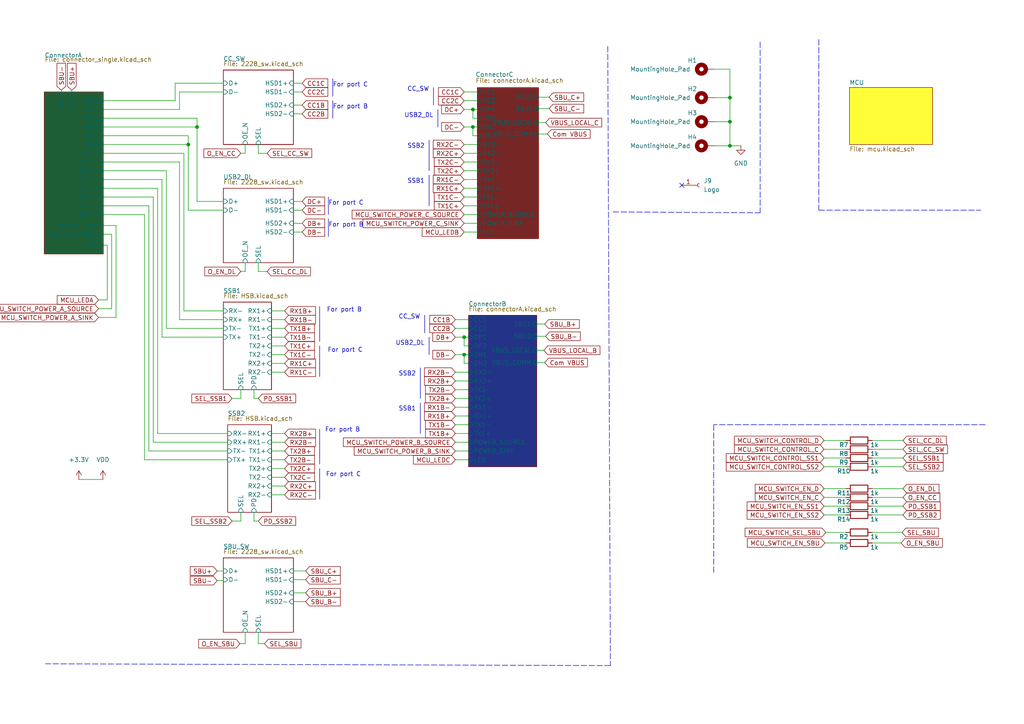
<source format=kicad_sch>
(kicad_sch (version 20211123) (generator eeschema)
  (paper "A4")
  (lib_symbols
    (symbol "Connector:Conn_01x01_Female" (pin_names (offset 1.016) hide)
      (property "Reference" "J" (at 0 2.54 0))
      (property "Value" "Conn_01x01_Female" (at 0 -2.54 0))
      (symbol "Conn_01x01_Female_1_1"
        (polyline (pts (xy -1.27 0) (xy -0.508 0)) (stroke (width 0.1524)))
        (arc (start 0 0.508) (mid -0.508 0) (end 0 -0.508) (stroke (width 0.1524)))
        (pin passive line (at -5.08 0 0) (length 3.81) (name "Pin_1") (number "1"))
      )
    )
    (symbol "Device:R" (pin_numbers hide) (pin_names (offset 0))
      (property "Reference" "R" (at 2.032 0 90))
      (property "Value" "R" (at 0 0 90))
      (symbol "R_0_1"
        (rectangle (start -1.016 -2.54) (end 1.016 2.54) (stroke (width 0.254)))
      )
      (symbol "R_1_1"
        (pin passive line (at 0 3.81 270) (length 1.27) (name "~") (number "1"))
        (pin passive line (at 0 -3.81 90) (length 1.27) (name "~") (number "2"))
      )
    )
    (symbol "Mechanical:MountingHole_Pad" (pin_numbers hide) (pin_names (offset 1.016) hide)
      (property "Reference" "H" (at 0 6.35 0))
      (property "Value" "MountingHole_Pad" (at 0 4.445 0))
      (symbol "MountingHole_Pad_0_1"
        (circle (center 0 1.27) (radius 1.27) (stroke (width 1.27)))
      )
      (symbol "MountingHole_Pad_1_1"
        (pin input line (at 0 -2.54 90) (length 2.54) (name "1") (number "1"))
      )
    )
    (symbol "power:+3.3V" (power) (pin_names (offset 0))
      (property "Value" "+3.3V" (at 0 3.556 0))
      (symbol "+3.3V_0_1"
        (polyline (pts (xy -0.762 1.27) (xy 0 2.54)))
        (polyline (pts (xy 0 0) (xy 0 2.54)))
        (polyline (pts (xy 0 2.54) (xy 0.762 1.27)))
      )
      (symbol "+3.3V_1_1"
        (pin power_in line (at 0 0 90) (length 0) hide (name "+3.3V") (number "1"))
      )
    )
    (symbol "power:GND" (power) (pin_names (offset 0))
      (property "Value" "GND" (at 0 -3.81 0))
      (symbol "GND_0_1"
        (polyline (pts (xy 0 0) (xy 0 -1.27) (xy 1.27 -1.27) (xy 0 -2.54) (xy -1.27 -1.27) (xy 0 -1.27)))
      )
      (symbol "GND_1_1"
        (pin power_in line (at 0 0 270) (length 0) hide (name "GND") (number "1"))
      )
    )
    (symbol "power:VDD" (power) (pin_names (offset 0))
      (property "Value" "VDD" (at 0 3.81 0))
      (symbol "VDD_0_1"
        (polyline (pts (xy -0.762 1.27) (xy 0 2.54)))
        (polyline (pts (xy 0 0) (xy 0 2.54)))
        (polyline (pts (xy 0 2.54) (xy 0.762 1.27)))
      )
      (symbol "VDD_1_1"
        (pin power_in line (at 0 0 90) (length 0) hide (name "VDD") (number "1"))
      )
    )
  )
  (junction (at 211.709 28.321))
  (junction (at 137.16 36.83))
  (junction (at 54.61 41.91))
  (junction (at 211.709 35.306))
  (junction (at 137.16 31.75))
  (junction (at 134.62 102.87))
  (junction (at 57.15 36.83))
  (junction (at 134.62 97.79))
  (junction (at 211.709 42.291))
  (no_connect (at 197.739 53.721))
  (wire (pts (xy 134.62 62.23) (xy 138.43 62.23)))
  (wire (pts (xy 64.77 58.42) (xy 57.15 58.42)))
  (wire (pts (xy 54.61 60.96) (xy 54.61 41.91)))
  (polyline (pts (xy 177.8 61.468) (xy 220.472 61.722)))
  (wire (pts (xy 134.62 59.69) (xy 138.43 59.69)))
  (polyline (pts (xy 125.73 25.4) (xy 125.73 30.48)) (stroke (width 0) (type solid)))
  (wire (pts (xy 132.08 133.35) (xy 135.89 133.35)))
  (wire (pts (xy 155.702 97.536) (xy 158.242 97.536)))
  (wire (pts (xy 78.74 143.51) (xy 82.55 143.51)))
  (wire (pts (xy 239.014 135.382) (xy 245.364 135.382)))
  (wire (pts (xy 29.972 36.83) (xy 57.15 36.83)))
  (wire (pts (xy 73.66 115.57) (xy 73.66 113.03)))
  (wire (pts (xy 53.34 44.45) (xy 53.34 90.17)))
  (wire (pts (xy 31.115 71.12) (xy 31.115 86.995)))
  (wire (pts (xy 74.93 115.57) (xy 73.66 115.57)))
  (wire (pts (xy 134.62 64.77) (xy 138.43 64.77)))
  (wire (pts (xy 78.74 100.33) (xy 82.55 100.33)))
  (wire (pts (xy 132.08 113.03) (xy 135.89 113.03)))
  (wire (pts (xy 29.972 29.21) (xy 50.8 29.21)))
  (wire (pts (xy 78.74 95.25) (xy 82.55 95.25)))
  (wire (pts (xy 85.09 24.13) (xy 87.63 24.13)))
  (wire (pts (xy 134.62 100.33) (xy 134.62 97.79)))
  (wire (pts (xy 132.08 92.71) (xy 135.89 92.71)))
  (wire (pts (xy 132.08 110.49) (xy 135.89 110.49)))
  (polyline (pts (xy 95.25 63.5) (xy 95.25 68.58)) (stroke (width 0) (type solid)))
  (wire (pts (xy 132.08 128.27) (xy 135.89 128.27)))
  (wire (pts (xy 29.972 44.45) (xy 53.34 44.45)))
  (wire (pts (xy 29.972 41.91) (xy 54.61 41.91)))
  (wire (pts (xy 239.014 130.302) (xy 245.364 130.302)))
  (wire (pts (xy 132.08 115.57) (xy 135.89 115.57)))
  (wire (pts (xy 211.709 28.321) (xy 211.709 35.306)))
  (polyline (pts (xy 96.52 29.21) (xy 96.52 34.29)) (stroke (width 0) (type solid)))
  (wire (pts (xy 29.972 54.61) (xy 45.72 54.61)))
  (wire (pts (xy 156.21 35.56) (xy 158.242 35.56)))
  (polyline (pts (xy 237.49 60.96) (xy 284.48 60.96)))
  (wire (pts (xy 78.74 135.89) (xy 82.55 135.89)))
  (wire (pts (xy 62.992 168.402) (xy 64.77 168.402)))
  (wire (pts (xy 78.74 105.41) (xy 82.55 105.41)))
  (wire (pts (xy 137.16 36.83) (xy 138.43 36.83)))
  (wire (pts (xy 71.12 78.74) (xy 71.12 76.2)))
  (wire (pts (xy 132.08 123.19) (xy 135.89 123.19)))
  (wire (pts (xy 73.66 151.13) (xy 74.93 151.13)))
  (polyline (pts (xy 121.92 116.84) (xy 121.92 125.73)) (stroke (width 0) (type solid)))
  (wire (pts (xy 134.62 26.67) (xy 138.43 26.67)))
  (polyline (pts (xy 92.71 135.89) (xy 92.71 144.78)) (stroke (width 0) (type solid)))
  (wire (pts (xy 137.16 34.29) (xy 137.16 31.75)))
  (polyline (pts (xy 127 31.75) (xy 127 36.83)) (stroke (width 0) (type solid)))
  (wire (pts (xy 52.07 26.67) (xy 64.77 26.67)))
  (wire (pts (xy 134.62 54.61) (xy 138.43 54.61)))
  (wire (pts (xy 85.09 168.148) (xy 88.646 168.148)))
  (wire (pts (xy 50.8 24.13) (xy 64.77 24.13)))
  (wire (pts (xy 252.984 157.48) (xy 261.366 157.48)))
  (wire (pts (xy 74.93 44.45) (xy 77.47 44.45)))
  (wire (pts (xy 53.34 90.17) (xy 64.77 90.17)))
  (wire (pts (xy 252.984 132.842) (xy 261.874 132.842)))
  (polyline (pts (xy 121.92 106.68) (xy 121.92 115.57)) (stroke (width 0) (type solid)))
  (wire (pts (xy 69.85 148.59) (xy 69.85 151.13)))
  (wire (pts (xy 85.09 64.77) (xy 87.63 64.77)))
  (wire (pts (xy 52.07 46.99) (xy 52.07 92.71)))
  (wire (pts (xy 85.09 165.608) (xy 88.646 165.608)))
  (wire (pts (xy 134.62 97.79) (xy 135.89 97.79)))
  (polyline (pts (xy 95.25 57.15) (xy 95.25 62.23)) (stroke (width 0) (type solid)))
  (wire (pts (xy 29.972 34.29) (xy 57.15 34.29)))
  (wire (pts (xy 132.08 95.25) (xy 135.89 95.25)))
  (polyline (pts (xy 92.71 124.46) (xy 92.71 134.62)) (stroke (width 0) (type solid)))
  (wire (pts (xy 74.93 78.74) (xy 74.93 76.2)))
  (wire (pts (xy 85.09 33.02) (xy 87.63 33.02)))
  (wire (pts (xy 74.93 41.91) (xy 74.93 44.45)))
  (wire (pts (xy 85.09 58.42) (xy 87.63 58.42)))
  (wire (pts (xy 78.74 107.95) (xy 82.55 107.95)))
  (wire (pts (xy 85.09 30.48) (xy 87.63 30.48)))
  (wire (pts (xy 132.08 120.65) (xy 135.89 120.65)))
  (wire (pts (xy 29.972 67.945) (xy 32.385 67.945)))
  (wire (pts (xy 134.62 44.45) (xy 138.43 44.45)))
  (wire (pts (xy 48.26 49.53) (xy 48.26 95.25)))
  (wire (pts (xy 78.74 92.71) (xy 82.55 92.71)))
  (wire (pts (xy 29.972 71.12) (xy 31.115 71.12)))
  (wire (pts (xy 156.21 31.496) (xy 159.258 31.496)))
  (wire (pts (xy 28.575 89.535) (xy 32.385 89.535)))
  (wire (pts (xy 252.984 146.812) (xy 261.874 146.812)))
  (wire (pts (xy 69.85 115.57) (xy 67.31 115.57)))
  (wire (pts (xy 78.74 125.73) (xy 82.55 125.73)))
  (wire (pts (xy 78.74 133.35) (xy 82.55 133.35)))
  (wire (pts (xy 85.09 174.498) (xy 88.646 174.498)))
  (wire (pts (xy 134.62 29.21) (xy 138.43 29.21)))
  (wire (pts (xy 29.972 62.23) (xy 41.91 62.23)))
  (wire (pts (xy 252.984 127.762) (xy 261.874 127.762)))
  (wire (pts (xy 78.74 138.43) (xy 82.55 138.43)))
  (wire (pts (xy 69.85 78.74) (xy 71.12 78.74)))
  (wire (pts (xy 132.08 118.11) (xy 135.89 118.11)))
  (wire (pts (xy 52.07 92.71) (xy 64.77 92.71)))
  (wire (pts (xy 132.08 97.79) (xy 134.62 97.79)))
  (wire (pts (xy 134.62 49.53) (xy 138.43 49.53)))
  (wire (pts (xy 78.74 97.79) (xy 82.55 97.79)))
  (wire (pts (xy 78.74 140.97) (xy 82.55 140.97)))
  (wire (pts (xy 239.014 146.812) (xy 245.364 146.812)))
  (wire (pts (xy 74.93 186.69) (xy 76.708 186.69)))
  (wire (pts (xy 71.12 183.388) (xy 71.12 186.69)))
  (wire (pts (xy 239.014 132.842) (xy 245.364 132.842)))
  (wire (pts (xy 48.26 95.25) (xy 64.77 95.25)))
  (wire (pts (xy 239.522 154.432) (xy 245.364 154.432)))
  (wire (pts (xy 134.62 46.99) (xy 138.43 46.99)))
  (wire (pts (xy 207.264 42.291) (xy 211.709 42.291)))
  (wire (pts (xy 211.709 20.066) (xy 211.709 28.321)))
  (polyline (pts (xy 177.038 193.04) (xy 13.208 192.532)))
  (wire (pts (xy 138.43 39.37) (xy 137.16 39.37)))
  (wire (pts (xy 29.972 65.405) (xy 33.655 65.405)))
  (wire (pts (xy 78.74 90.17) (xy 82.55 90.17)))
  (wire (pts (xy 239.014 144.272) (xy 245.364 144.272)))
  (wire (pts (xy 64.77 60.96) (xy 54.61 60.96)))
  (wire (pts (xy 135.89 100.33) (xy 134.62 100.33)))
  (wire (pts (xy 137.16 39.37) (xy 137.16 36.83)))
  (wire (pts (xy 45.72 54.61) (xy 45.72 125.73)))
  (wire (pts (xy 78.74 128.27) (xy 82.55 128.27)))
  (wire (pts (xy 29.972 49.53) (xy 48.26 49.53)))
  (wire (pts (xy 46.99 52.07) (xy 46.99 97.79)))
  (wire (pts (xy 239.014 141.732) (xy 245.364 141.732)))
  (wire (pts (xy 85.09 60.96) (xy 87.63 60.96)))
  (wire (pts (xy 46.99 97.79) (xy 64.77 97.79)))
  (polyline (pts (xy 220.472 12.192) (xy 220.472 61.722)))
  (wire (pts (xy 239.268 157.48) (xy 245.364 157.48)))
  (wire (pts (xy 52.07 31.75) (xy 52.07 26.67)))
  (wire (pts (xy 134.62 52.07) (xy 138.43 52.07)))
  (wire (pts (xy 29.972 39.37) (xy 54.61 39.37)))
  (polyline (pts (xy 237.49 11.43) (xy 237.49 60.96)))
  (wire (pts (xy 207.264 28.321) (xy 211.709 28.321)))
  (wire (pts (xy 32.385 67.945) (xy 32.385 89.535)))
  (wire (pts (xy 69.85 113.03) (xy 69.85 115.57)))
  (wire (pts (xy 29.972 46.99) (xy 52.07 46.99)))
  (wire (pts (xy 74.93 183.388) (xy 74.93 186.69)))
  (wire (pts (xy 252.984 130.302) (xy 261.874 130.302)))
  (wire (pts (xy 57.15 58.42) (xy 57.15 36.83)))
  (wire (pts (xy 41.91 133.35) (xy 66.04 133.35)))
  (wire (pts (xy 134.62 105.41) (xy 134.62 102.87)))
  (wire (pts (xy 22.86 139.065) (xy 29.845 139.065)))
  (wire (pts (xy 45.72 125.73) (xy 66.04 125.73)))
  (wire (pts (xy 138.43 34.29) (xy 137.16 34.29)))
  (polyline (pts (xy 176.276 13.462) (xy 177.038 193.04)))
  (wire (pts (xy 239.014 149.352) (xy 245.364 149.352)))
  (polyline (pts (xy 124.46 50.8) (xy 124.46 59.69)) (stroke (width 0) (type solid)))
  (wire (pts (xy 134.62 31.75) (xy 137.16 31.75)))
  (wire (pts (xy 211.709 42.291) (xy 211.709 35.306)))
  (wire (pts (xy 71.12 41.91) (xy 71.12 44.45)))
  (wire (pts (xy 43.18 59.69) (xy 43.18 130.81)))
  (wire (pts (xy 44.45 128.27) (xy 66.04 128.27)))
  (wire (pts (xy 239.014 127.762) (xy 245.364 127.762)))
  (wire (pts (xy 155.702 105.156) (xy 157.988 105.156)))
  (wire (pts (xy 132.08 125.73) (xy 135.89 125.73)))
  (wire (pts (xy 29.972 52.07) (xy 46.99 52.07)))
  (wire (pts (xy 17.78 26.162) (xy 17.78 26.67)))
  (wire (pts (xy 85.09 171.958) (xy 88.646 171.958)))
  (wire (pts (xy 28.575 92.075) (xy 33.655 92.075)))
  (wire (pts (xy 54.61 39.37) (xy 54.61 41.91)))
  (wire (pts (xy 41.91 62.23) (xy 41.91 133.35)))
  (wire (pts (xy 135.89 105.41) (xy 134.62 105.41)))
  (wire (pts (xy 134.62 41.91) (xy 138.43 41.91)))
  (wire (pts (xy 134.62 102.87) (xy 135.89 102.87)))
  (wire (pts (xy 211.709 42.291) (xy 214.884 42.291)))
  (polyline (pts (xy 96.52 22.86) (xy 96.52 27.94)) (stroke (width 0) (type solid)))
  (wire (pts (xy 207.264 35.306) (xy 211.709 35.306)))
  (wire (pts (xy 134.62 67.31) (xy 138.43 67.31)))
  (polyline (pts (xy 207.01 123.19) (xy 207.01 166.37)))
  (wire (pts (xy 132.08 107.95) (xy 135.89 107.95)))
  (wire (pts (xy 71.12 44.45) (xy 69.85 44.45)))
  (polyline (pts (xy 92.71 100.33) (xy 92.71 109.22)) (stroke (width 0) (type solid)))
  (wire (pts (xy 29.972 57.15) (xy 44.45 57.15)))
  (wire (pts (xy 132.08 102.87) (xy 134.62 102.87)))
  (wire (pts (xy 44.45 57.15) (xy 44.45 128.27)))
  (wire (pts (xy 33.655 65.405) (xy 33.655 92.075)))
  (wire (pts (xy 132.08 130.81) (xy 135.89 130.81)))
  (polyline (pts (xy 124.46 97.79) (xy 124.46 102.87)) (stroke (width 0) (type solid)))
  (wire (pts (xy 252.984 144.272) (xy 261.874 144.272)))
  (wire (pts (xy 252.984 141.732) (xy 261.874 141.732)))
  (wire (pts (xy 29.972 59.69) (xy 43.18 59.69)))
  (wire (pts (xy 31.115 86.995) (xy 28.575 86.995)))
  (wire (pts (xy 78.74 102.87) (xy 82.55 102.87)))
  (wire (pts (xy 156.21 38.862) (xy 158.75 38.862)))
  (wire (pts (xy 43.18 130.81) (xy 66.04 130.81)))
  (wire (pts (xy 252.984 154.432) (xy 261.62 154.432)))
  (wire (pts (xy 64.77 168.402) (xy 64.77 168.148)))
  (wire (pts (xy 85.09 26.67) (xy 87.63 26.67)))
  (wire (pts (xy 62.992 165.608) (xy 64.77 165.608)))
  (polyline (pts (xy 285.75 123.19) (xy 207.01 123.19)))
  (polyline (pts (xy 123.19 91.44) (xy 123.19 96.52)) (stroke (width 0) (type solid)))
  (wire (pts (xy 156.21 28.194) (xy 159.258 28.194)))
  (wire (pts (xy 71.12 186.69) (xy 69.596 186.69)))
  (wire (pts (xy 155.702 93.98) (xy 157.988 93.98)))
  (wire (pts (xy 137.16 31.75) (xy 138.43 31.75)))
  (wire (pts (xy 134.62 57.15) (xy 138.43 57.15)))
  (wire (pts (xy 50.8 29.21) (xy 50.8 24.13)))
  (wire (pts (xy 155.702 101.6) (xy 157.734 101.6)))
  (wire (pts (xy 29.972 31.75) (xy 52.07 31.75)))
  (wire (pts (xy 252.984 135.382) (xy 261.874 135.382)))
  (wire (pts (xy 78.74 130.81) (xy 82.55 130.81)))
  (wire (pts (xy 207.264 20.066) (xy 211.709 20.066)))
  (wire (pts (xy 20.828 26.162) (xy 20.828 26.67)))
  (polyline (pts (xy 92.71 88.9) (xy 92.71 99.06)) (stroke (width 0) (type solid)))
  (wire (pts (xy 77.47 78.74) (xy 74.93 78.74)))
  (wire (pts (xy 57.15 34.29) (xy 57.15 36.83)))
  (wire (pts (xy 69.85 151.13) (xy 67.31 151.13)))
  (wire (pts (xy 252.984 149.352) (xy 261.874 149.352)))
  (wire (pts (xy 85.09 67.31) (xy 87.63 67.31)))
  (wire (pts (xy 73.66 148.59) (xy 73.66 151.13)))
  (polyline (pts (xy 124.46 40.64) (xy 124.46 49.53)) (stroke (width 0) (type solid)))
  (wire (pts (xy 134.62 36.83) (xy 137.16 36.83)))
  (text "SSB2" (at 118.11 43.18 0) (effects (font (size 1.27 1.27)) (justify left bottom)))
  (text "SSB1" (at 115.57 119.38 0) (effects (font (size 1.27 1.27)) (justify left bottom)))
  (text "For port B" (at 94.234 125.476 0) (effects (font (size 1.27 1.27)) (justify left bottom)))
  (text "SSB2" (at 115.57 109.22 0) (effects (font (size 1.27 1.27)) (justify left bottom)))
  (text "For port C" (at 95.25 59.69 0) (effects (font (size 1.27 1.27)) (justify left bottom)))
  (text "For port C" (at 96.52 25.4 0) (effects (font (size 1.27 1.27)) (justify left bottom)))
  (text "For port B" (at 94.742 90.678 0) (effects (font (size 1.27 1.27)) (justify left bottom)))
  (text "CC_SW\n" (at 115.57 92.71 0) (effects (font (size 1.27 1.27)) (justify left bottom)))
  (text "For port B" (at 95.25 66.04 0) (effects (font (size 1.27 1.27)) (justify left bottom)))
  (text "For port C" (at 94.488 138.43 0) (effects (font (size 1.27 1.27)) (justify left bottom)))
  (text "For port B" (at 96.52 31.75 0) (effects (font (size 1.27 1.27)) (justify left bottom)))
  (text "CC_SW\n" (at 118.11 26.67 0) (effects (font (size 1.27 1.27)) (justify left bottom)))
  (text "USB2_DL" (at 125.73 34.29 180) (effects (font (size 1.27 1.27)) (justify right bottom)))
  (text "SSB1" (at 118.11 53.34 0) (effects (font (size 1.27 1.27)) (justify left bottom)))
  (text "For port C" (at 94.996 102.362 0) (effects (font (size 1.27 1.27)) (justify left bottom)))
  (text "USB2_DL" (at 123.19 100.33 180) (effects (font (size 1.27 1.27)) (justify right bottom)))
  (global_label "CC1C" (shape input) (at 87.63 24.13 0) (property "Intersheet References" "${INTERSHEET_REFS}" (effects hide)))
  (global_label "SBU+" (shape input) (at 20.828 26.162 90) (property "Intersheet References" "${INTERSHEET_REFS}" (effects hide)))
  (global_label "MCU_SWTICH_SEL_SBU" (shape input) (at 239.522 154.432 180) (property "Intersheet References" "${INTERSHEET_REFS}" (effects hide)))
  (global_label "DB-" (shape input) (at 132.08 102.87 180) (property "Intersheet References" "${INTERSHEET_REFS}" (effects hide)))
  (global_label "RX2C+" (shape input) (at 82.55 140.97 0) (property "Intersheet References" "${INTERSHEET_REFS}" (effects hide)))
  (global_label "RX2C-" (shape input) (at 82.55 143.51 0) (property "Intersheet References" "${INTERSHEET_REFS}" (effects hide)))
  (global_label "Com VBUS" (shape input) (at 157.988 105.156 0) (property "Intersheet References" "${INTERSHEET_REFS}" (effects hide)))
  (global_label "TX1B-" (shape input) (at 82.55 97.79 0) (property "Intersheet References" "${INTERSHEET_REFS}" (effects hide)))
  (global_label "MCU_SWITCH_POWER_C_SOURCE" (shape input) (at 134.62 62.23 180) (property "Intersheet References" "${INTERSHEET_REFS}" (effects hide)))
  (global_label "TX2C-" (shape input) (at 82.55 138.43 0) (property "Intersheet References" "${INTERSHEET_REFS}" (effects hide)))
  (global_label "MCU_SWTICH_EN_SBU" (shape input) (at 239.268 157.48 180) (property "Intersheet References" "${INTERSHEET_REFS}" (effects hide)))
  (global_label "TX1B-" (shape input) (at 132.08 123.19 180) (property "Intersheet References" "${INTERSHEET_REFS}" (effects hide)))
  (global_label "TX2C+" (shape input) (at 82.55 135.89 0) (property "Intersheet References" "${INTERSHEET_REFS}" (effects hide)))
  (global_label "MCU_SWITCH_EN_C" (shape input) (at 239.014 144.272 180) (property "Intersheet References" "${INTERSHEET_REFS}" (effects hide)))
  (global_label "CC2B" (shape input) (at 132.08 95.25 180) (property "Intersheet References" "${INTERSHEET_REFS}" (effects hide)))
  (global_label "RX2C+" (shape input) (at 134.62 44.45 180) (property "Intersheet References" "${INTERSHEET_REFS}" (effects hide)))
  (global_label "MCU_SWITCH_EN_D" (shape input) (at 239.014 141.732 180) (property "Intersheet References" "${INTERSHEET_REFS}" (effects hide)))
  (global_label "MCU_SWITCH_CONTROL_SS2" (shape input) (at 239.014 135.382 180) (property "Intersheet References" "${INTERSHEET_REFS}" (effects hide)))
  (global_label "TX2C-" (shape input) (at 134.62 46.99 180) (property "Intersheet References" "${INTERSHEET_REFS}" (effects hide)))
  (global_label "O_EN_SBU" (shape input) (at 261.366 157.48 0) (property "Intersheet References" "${INTERSHEET_REFS}" (effects hide)))
  (global_label "MCU_SWITCH_CONTROL_SS1" (shape input) (at 239.014 132.842 180) (property "Intersheet References" "${INTERSHEET_REFS}" (effects hide)))
  (global_label "PD_SSB2" (shape input) (at 74.93 151.13 0) (property "Intersheet References" "${INTERSHEET_REFS}" (effects hide)))
  (global_label "TX1B+" (shape input) (at 132.08 125.73 180) (property "Intersheet References" "${INTERSHEET_REFS}" (effects hide)))
  (global_label "SEL_SSB2" (shape input) (at 67.31 151.13 180) (property "Intersheet References" "${INTERSHEET_REFS}" (effects hide)))
  (global_label "DB-" (shape input) (at 87.63 67.31 0) (property "Intersheet References" "${INTERSHEET_REFS}" (effects hide)))
  (global_label "SEL_SBU" (shape input) (at 261.62 154.432 0) (property "Intersheet References" "${INTERSHEET_REFS}" (effects hide)))
  (global_label "MCU_SWITCH_CONTROL_D" (shape input) (at 239.014 127.762 180) (property "Intersheet References" "${INTERSHEET_REFS}" (effects hide)))
  (global_label "SEL_CC_SW" (shape input) (at 261.874 130.302 0) (property "Intersheet References" "${INTERSHEET_REFS}" (effects hide)))
  (global_label "SEL_SSB2" (shape input) (at 261.874 135.382 0) (property "Intersheet References" "${INTERSHEET_REFS}" (effects hide)))
  (global_label "TX1C+" (shape input) (at 134.62 59.69 180) (property "Intersheet References" "${INTERSHEET_REFS}" (effects hide)))
  (global_label "SEL_SSB1" (shape input) (at 261.874 132.842 0) (property "Intersheet References" "${INTERSHEET_REFS}" (effects hide)))
  (global_label "TX2B-" (shape input) (at 132.08 113.03 180) (property "Intersheet References" "${INTERSHEET_REFS}" (effects hide)))
  (global_label "O_EN_CC" (shape input) (at 261.874 144.272 0) (property "Intersheet References" "${INTERSHEET_REFS}" (effects hide)))
  (global_label "DC-" (shape input) (at 134.62 36.83 180) (property "Intersheet References" "${INTERSHEET_REFS}" (effects hide)))
  (global_label "MCU_SWITCH_POWER_C_SINK" (shape input) (at 134.62 64.77 180) (property "Intersheet References" "${INTERSHEET_REFS}" (effects hide)))
  (global_label "RX2B-" (shape input) (at 82.55 128.27 0) (property "Intersheet References" "${INTERSHEET_REFS}" (effects hide)))
  (global_label "Com VBUS" (shape input) (at 158.75 38.862 0) (property "Intersheet References" "${INTERSHEET_REFS}" (effects hide)))
  (global_label "MCU_LEDB" (shape input) (at 134.62 67.31 180) (property "Intersheet References" "${INTERSHEET_REFS}" (effects hide)))
  (global_label "SBU+" (shape input) (at 62.992 165.608 180) (property "Intersheet References" "${INTERSHEET_REFS}" (effects hide)))
  (global_label "CC1B" (shape input) (at 87.63 30.48 0) (property "Intersheet References" "${INTERSHEET_REFS}" (effects hide)))
  (global_label "MCU_SWITCH_POWER_A_SOURCE" (shape input) (at 28.575 89.535 180) (property "Intersheet References" "${INTERSHEET_REFS}" (effects hide)))
  (global_label "O_EN_CC" (shape input) (at 69.85 44.45 180) (property "Intersheet References" "${INTERSHEET_REFS}" (effects hide)))
  (global_label "PD_SSB2" (shape input) (at 261.874 149.352 0) (property "Intersheet References" "${INTERSHEET_REFS}" (effects hide)))
  (global_label "SBU-" (shape input) (at 62.992 168.402 180) (property "Intersheet References" "${INTERSHEET_REFS}" (effects hide)))
  (global_label "MCU_SWITCH_POWER_B_SINK" (shape input) (at 132.08 130.81 180) (property "Intersheet References" "${INTERSHEET_REFS}" (effects hide)))
  (global_label "RX2B+" (shape input) (at 132.08 110.49 180) (property "Intersheet References" "${INTERSHEET_REFS}" (effects hide)))
  (global_label "MCU_SWITCH_EN_SS2" (shape input) (at 239.014 149.352 180) (property "Intersheet References" "${INTERSHEET_REFS}" (effects hide)))
  (global_label "SEL_CC_DL" (shape input) (at 77.47 78.74 0) (property "Intersheet References" "${INTERSHEET_REFS}" (effects hide)))
  (global_label "SBU_B+" (shape input) (at 157.988 93.98 0) (property "Intersheet References" "${INTERSHEET_REFS}" (effects hide)))
  (global_label "TX1B+" (shape input) (at 82.55 95.25 0) (property "Intersheet References" "${INTERSHEET_REFS}" (effects hide)))
  (global_label "MCU_SWITCH_POWER_A_SINK" (shape input) (at 28.575 92.075 180) (property "Intersheet References" "${INTERSHEET_REFS}" (effects hide)))
  (global_label "CC1B" (shape input) (at 132.08 92.71 180) (property "Intersheet References" "${INTERSHEET_REFS}" (effects hide)))
  (global_label "MCU_SWITCH_CONTROL_C" (shape input) (at 239.014 130.302 180) (property "Intersheet References" "${INTERSHEET_REFS}" (effects hide)))
  (global_label "TX2C+" (shape input) (at 134.62 49.53 180) (property "Intersheet References" "${INTERSHEET_REFS}" (effects hide)))
  (global_label "RX2C-" (shape input) (at 134.62 41.91 180) (property "Intersheet References" "${INTERSHEET_REFS}" (effects hide)))
  (global_label "SEL_CC_DL" (shape input) (at 261.874 127.762 0) (property "Intersheet References" "${INTERSHEET_REFS}" (effects hide)))
  (global_label "VBUS_LOCAL_C" (shape input) (at 158.242 35.56 0) (property "Intersheet References" "${INTERSHEET_REFS}" (effects hide)))
  (global_label "SBU_B+" (shape input) (at 88.646 171.958 0) (property "Intersheet References" "${INTERSHEET_REFS}" (effects hide)))
  (global_label "TX2B-" (shape input) (at 82.55 133.35 0) (property "Intersheet References" "${INTERSHEET_REFS}" (effects hide)))
  (global_label "RX1C-" (shape input) (at 134.62 52.07 180) (property "Intersheet References" "${INTERSHEET_REFS}" (effects hide)))
  (global_label "CC2C" (shape input) (at 134.62 29.21 180) (property "Intersheet References" "${INTERSHEET_REFS}" (effects hide)))
  (global_label "DC+" (shape input) (at 87.63 58.42 0) (property "Intersheet References" "${INTERSHEET_REFS}" (effects hide)))
  (global_label "PD_SSB1" (shape input) (at 74.93 115.57 0) (property "Intersheet References" "${INTERSHEET_REFS}" (effects hide)))
  (global_label "TX1C-" (shape input) (at 134.62 57.15 180) (property "Intersheet References" "${INTERSHEET_REFS}" (effects hide)))
  (global_label "MCU_LEDA" (shape input) (at 28.575 86.995 180) (property "Intersheet References" "${INTERSHEET_REFS}" (effects hide)))
  (global_label "RX1B+" (shape input) (at 132.08 120.65 180) (property "Intersheet References" "${INTERSHEET_REFS}" (effects hide)))
  (global_label "CC1C" (shape input) (at 134.62 26.67 180) (property "Intersheet References" "${INTERSHEET_REFS}" (effects hide)))
  (global_label "O_EN_DL" (shape input) (at 69.85 78.74 180) (property "Intersheet References" "${INTERSHEET_REFS}" (effects hide)))
  (global_label "SEL_CC_SW" (shape input) (at 77.47 44.45 0) (property "Intersheet References" "${INTERSHEET_REFS}" (effects hide)))
  (global_label "RX1B-" (shape input) (at 82.55 92.71 0) (property "Intersheet References" "${INTERSHEET_REFS}" (effects hide)))
  (global_label "DC+" (shape input) (at 134.62 31.75 180) (property "Intersheet References" "${INTERSHEET_REFS}" (effects hide)))
  (global_label "RX1C+" (shape input) (at 82.55 105.41 0) (property "Intersheet References" "${INTERSHEET_REFS}" (effects hide)))
  (global_label "SBU_C-" (shape input) (at 159.258 31.496 0) (property "Intersheet References" "${INTERSHEET_REFS}" (effects hide)))
  (global_label "MCU_LEDC" (shape input) (at 132.08 133.35 180) (property "Intersheet References" "${INTERSHEET_REFS}" (effects hide)))
  (global_label "O_EN_DL" (shape input) (at 261.874 141.732 0) (property "Intersheet References" "${INTERSHEET_REFS}" (effects hide)))
  (global_label "RX2B+" (shape input) (at 82.55 125.73 0) (property "Intersheet References" "${INTERSHEET_REFS}" (effects hide)))
  (global_label "SBU_C+" (shape input) (at 159.258 28.194 0) (property "Intersheet References" "${INTERSHEET_REFS}" (effects hide)))
  (global_label "RX1C+" (shape input) (at 134.62 54.61 180) (property "Intersheet References" "${INTERSHEET_REFS}" (effects hide)))
  (global_label "RX2B-" (shape input) (at 132.08 107.95 180) (property "Intersheet References" "${INTERSHEET_REFS}" (effects hide)))
  (global_label "VBUS_LOCAL_B" (shape input) (at 157.734 101.6 0) (property "Intersheet References" "${INTERSHEET_REFS}" (effects hide)))
  (global_label "TX2B+" (shape input) (at 132.08 115.57 180) (property "Intersheet References" "${INTERSHEET_REFS}" (effects hide)))
  (global_label "SBU_C-" (shape input) (at 88.646 168.148 0) (property "Intersheet References" "${INTERSHEET_REFS}" (effects hide)))
  (global_label "DC-" (shape input) (at 87.63 60.96 0) (property "Intersheet References" "${INTERSHEET_REFS}" (effects hide)))
  (global_label "CC2B" (shape input) (at 87.63 33.02 0) (property "Intersheet References" "${INTERSHEET_REFS}" (effects hide)))
  (global_label "DB+" (shape input) (at 132.08 97.79 180) (property "Intersheet References" "${INTERSHEET_REFS}" (effects hide)))
  (global_label "RX1C-" (shape input) (at 82.55 107.95 0) (property "Intersheet References" "${INTERSHEET_REFS}" (effects hide)))
  (global_label "SBU-" (shape input) (at 17.78 26.162 90) (property "Intersheet References" "${INTERSHEET_REFS}" (effects hide)))
  (global_label "SBU_C+" (shape input) (at 88.646 165.608 0) (property "Intersheet References" "${INTERSHEET_REFS}" (effects hide)))
  (global_label "TX1C-" (shape input) (at 82.55 102.87 0) (property "Intersheet References" "${INTERSHEET_REFS}" (effects hide)))
  (global_label "TX2B+" (shape input) (at 82.55 130.81 0) (property "Intersheet References" "${INTERSHEET_REFS}" (effects hide)))
  (global_label "DB+" (shape input) (at 87.63 64.77 0) (property "Intersheet References" "${INTERSHEET_REFS}" (effects hide)))
  (global_label "SEL_SSB1" (shape input) (at 67.31 115.57 180) (property "Intersheet References" "${INTERSHEET_REFS}" (effects hide)))
  (global_label "RX1B+" (shape input) (at 82.55 90.17 0) (property "Intersheet References" "${INTERSHEET_REFS}" (effects hide)))
  (global_label "SEL_SBU" (shape input) (at 76.708 186.69 0) (property "Intersheet References" "${INTERSHEET_REFS}" (effects hide)))
  (global_label "PD_SSB1" (shape input) (at 261.874 146.812 0) (property "Intersheet References" "${INTERSHEET_REFS}" (effects hide)))
  (global_label "TX1C+" (shape input) (at 82.55 100.33 0) (property "Intersheet References" "${INTERSHEET_REFS}" (effects hide)))
  (global_label "O_EN_SBU" (shape input) (at 69.596 186.69 180) (property "Intersheet References" "${INTERSHEET_REFS}" (effects hide)))
  (global_label "RX1B-" (shape input) (at 132.08 118.11 180) (property "Intersheet References" "${INTERSHEET_REFS}" (effects hide)))
  (global_label "CC2C" (shape input) (at 87.63 26.67 0) (property "Intersheet References" "${INTERSHEET_REFS}" (effects hide)))
  (global_label "SBU_B-" (shape input) (at 158.242 97.536 0) (property "Intersheet References" "${INTERSHEET_REFS}" (effects hide)))
  (global_label "SBU_B-" (shape input) (at 88.646 174.498 0) (property "Intersheet References" "${INTERSHEET_REFS}" (effects hide)))
  (global_label "MCU_SWITCH_POWER_B_SOURCE" (shape input) (at 132.08 128.27 180) (property "Intersheet References" "${INTERSHEET_REFS}" (effects hide)))
  (global_label "MCU_SWITCH_EN_SS1" (shape input) (at 239.014 146.812 180) (property "Intersheet References" "${INTERSHEET_REFS}" (effects hide)))
  (symbol (lib_id "Mechanical:MountingHole_Pad") (at 204.724 35.306 90) (unit 1)
    (property "Reference" "H3" (at 202.1839 32.766 90) (effects (justify left)))
    (property "Value" "MountingHole_Pad" (at 200.279 35.306 90) (effects (justify left)))
    (property "Footprint" "MountingHole:MountingHole_3.2mm_M3_Pad_Via" (effects hide))
  )
  (symbol (lib_id "Device:R") (at 249.174 146.812 90) (unit 1)
    (property "Reference" "R13" (at 244.729 148.082 90))
    (property "Value" "1k" (at 253.619 148.082 90))
    (property "Footprint" "Resistor_SMD:R_0603_1608Metric_Pad0.98x0.95mm_HandSolder" (effects hide))
    (property "LCSC" "C21190" (effects hide))
  )
  (symbol (lib_id "Device:R") (at 249.174 157.48 90) (unit 1)
    (property "Reference" "R5" (at 244.729 158.75 90))
    (property "Value" "1k" (at 253.619 158.75 90))
    (property "Footprint" "Resistor_SMD:R_0603_1608Metric_Pad0.98x0.95mm_HandSolder" (effects hide))
    (property "LCSC" "C21190" (effects hide))
  )
  (symbol (lib_id "Mechanical:MountingHole_Pad") (at 204.724 20.066 90) (unit 1)
    (property "Reference" "H1" (at 202.1839 17.526 90) (effects (justify left)))
    (property "Value" "MountingHole_Pad" (at 200.279 20.066 90) (effects (justify left)))
    (property "Footprint" "MountingHole:MountingHole_3.2mm_M3_Pad_Via" (effects hide))
  )
  (symbol (lib_id "Device:R") (at 249.174 132.842 90) (unit 1)
    (property "Reference" "R9" (at 244.729 134.112 90))
    (property "Value" "1k" (at 253.619 134.112 90))
    (property "Footprint" "Resistor_SMD:R_0603_1608Metric_Pad0.98x0.95mm_HandSolder" (effects hide))
    (property "LCSC" "C21190" (effects hide))
  )
  (symbol (lib_id "Mechanical:MountingHole_Pad") (at 204.724 42.291 90) (unit 1)
    (property "Reference" "H4" (at 202.1839 39.751 90) (effects (justify left)))
    (property "Value" "MountingHole_Pad" (at 200.279 42.291 90) (effects (justify left)))
    (property "Footprint" "MountingHole:MountingHole_3.2mm_M3_Pad_Via" (effects hide))
  )
  (symbol (lib_id "Device:R") (at 249.174 135.382 90) (unit 1)
    (property "Reference" "R10" (at 244.729 136.652 90))
    (property "Value" "1k" (at 253.619 136.652 90))
    (property "Footprint" "Resistor_SMD:R_0603_1608Metric_Pad0.98x0.95mm_HandSolder" (effects hide))
    (property "LCSC" "C21190" (effects hide))
  )
  (symbol (lib_id "power:+3.3V") (at 22.86 139.065 0) (unit 1)
    (property "Reference" "#PWR0146" (effects hide))
    (property "Value" "+3.3V" (at 22.86 133.35 0))
  )
  (symbol (lib_id "Device:R") (at 249.174 141.732 90) (unit 1)
    (property "Reference" "R11" (at 244.729 143.002 90))
    (property "Value" "1k" (at 253.619 143.002 90))
    (property "Footprint" "Resistor_SMD:R_0603_1608Metric_Pad0.98x0.95mm_HandSolder" (effects hide))
    (property "LCSC" "C21190" (effects hide))
  )
  (symbol (lib_id "Connector:Conn_01x01_Female") (at 202.819 53.721 0) (unit 1)
    (property "Reference" "J9" (at 204.089 52.4509 0) (effects (justify left)))
    (property "Value" "Logo" (at 204.089 54.9909 0) (effects (justify left)))
    (property "Footprint" "ct_footprint:ct_logo" (effects hide))
  )
  (symbol (lib_id "power:VDD") (at 29.845 139.065 0) (unit 1)
    (property "Reference" "#PWR0147" (effects hide))
    (property "Value" "VDD" (at 29.845 133.35 0))
  )
  (symbol (lib_id "Device:R") (at 249.174 154.432 90) (unit 1)
    (property "Reference" "R2" (at 244.729 155.702 90))
    (property "Value" "1k" (at 253.619 155.702 90))
    (property "Footprint" "Resistor_SMD:R_0603_1608Metric_Pad0.98x0.95mm_HandSolder" (effects hide))
    (property "LCSC" "C21190" (effects hide))
  )
  (symbol (lib_id "Device:R") (at 249.174 144.272 90) (unit 1)
    (property "Reference" "R12" (at 244.729 145.542 90))
    (property "Value" "1k" (at 253.619 145.542 90))
    (property "Footprint" "Resistor_SMD:R_0603_1608Metric_Pad0.98x0.95mm_HandSolder" (effects hide))
    (property "LCSC" "C21190" (effects hide))
  )
  (symbol (lib_id "power:GND") (at 214.884 42.291 0) (unit 1)
    (property "Reference" "#PWR0101" (effects hide))
    (property "Value" "GND" (at 214.884 47.371 0))
  )
  (symbol (lib_id "Device:R") (at 249.174 130.302 90) (unit 1)
    (property "Reference" "R8" (at 244.729 131.572 90))
    (property "Value" "1k" (at 253.619 131.572 90))
    (property "Footprint" "Resistor_SMD:R_0603_1608Metric_Pad0.98x0.95mm_HandSolder" (effects hide))
    (property "LCSC" "C21190" (effects hide))
  )
  (symbol (lib_id "Device:R") (at 249.174 149.352 90) (unit 1)
    (property "Reference" "R14" (at 244.729 150.622 90))
    (property "Value" "1k" (at 253.619 150.622 90))
    (property "Footprint" "Resistor_SMD:R_0603_1608Metric_Pad0.98x0.95mm_HandSolder" (effects hide))
    (property "LCSC" "C21190" (effects hide))
  )
  (symbol (lib_id "Mechanical:MountingHole_Pad") (at 204.724 28.321 90) (unit 1)
    (property "Reference" "H2" (at 202.1839 25.781 90) (effects (justify left)))
    (property "Value" "MountingHole_Pad" (at 200.279 28.321 90) (effects (justify left)))
    (property "Footprint" "MountingHole:MountingHole_3.2mm_M3_Pad_Via" (effects hide))
  )
  (symbol (lib_id "Device:R") (at 249.174 127.762 90) (unit 1)
    (property "Reference" "R7" (at 244.729 129.032 90))
    (property "Value" "1k" (at 253.619 129.032 90))
    (property "Footprint" "Resistor_SMD:R_0603_1608Metric_Pad0.98x0.95mm_HandSolder" (effects hide))
    (property "LCSC" "C21190" (effects hide))
  )
  (sheet (at 64.77 20.32) (size 20.32 21.59) (stroke (width 0.1524))
    (property "Sheet name" "CC_SW" (at 64.77 17.78 0) (effects (justify left bottom)))
    (property "Sheet file" "2228_sw.kicad_sch" (at 64.77 17.78 0) (effects (justify left top)))
    (pin "SEL" input (at 74.93 41.91 270))
    (pin "D+" input (at 64.77 24.13 180))
    (pin "HSD1+" input (at 85.09 24.13 0))
    (pin "HSD2+" input (at 85.09 30.48 0))
    (pin "OE_N" input (at 71.12 41.91 270))
    (pin "HSD1-" input (at 85.09 26.67 0))
    (pin "HSD2-" input (at 85.09 33.02 0))
    (pin "D-" input (at 64.77 26.67 180))
  )
  (sheet (at 64.77 161.798) (size 20.32 21.59) (stroke (width 0.1524))
    (property "Sheet name" "SBU_SW" (at 64.77 159.258 0) (effects (justify left bottom)))
    (property "Sheet file" "2228_sw.kicad_sch" (at 64.77 159.258 0) (effects (justify left top)))
    (pin "SEL" input (at 74.93 183.388 270))
    (pin "D+" input (at 64.77 165.608 180))
    (pin "HSD1+" input (at 85.09 165.608 0))
    (pin "HSD2+" input (at 85.09 171.958 0))
    (pin "OE_N" input (at 71.12 183.388 270))
    (pin "HSD1-" input (at 85.09 168.148 0))
    (pin "HSD2-" input (at 85.09 174.498 0))
    (pin "D-" input (at 64.77 168.148 180))
  )
  (sheet (at 64.77 87.63) (size 13.97 25.4) (stroke (width 0.1524))
    (property "Sheet name" "SSB1" (at 64.77 85.09 0) (effects (justify left bottom)))
    (property "Sheet file" "HSB.kicad_sch" (at 64.77 85.09 0) (effects (justify left top)))
    (pin "SEL" input (at 69.85 113.03 270))
    (pin "PD" input (at 73.66 113.03 270))
    (pin "RX-" input (at 64.77 90.17 180))
    (pin "TX-" input (at 64.77 95.25 180))
    (pin "TX+" input (at 64.77 97.79 180))
    (pin "RX+" input (at 64.77 92.71 180))
    (pin "RX1+" input (at 78.74 90.17 0))
    (pin "RX1-" input (at 78.74 92.71 0))
    (pin "TX2+" input (at 78.74 100.33 0))
    (pin "TX1+" input (at 78.74 95.25 0))
    (pin "TX1-" input (at 78.74 97.79 0))
    (pin "TX2-" input (at 78.74 102.87 0))
    (pin "RX2+" input (at 78.74 105.41 0))
    (pin "RX2-" input (at 78.74 107.95 0))
  )
  (sheet (at 12.827 26.67) (size 17.145 46.99) (stroke (width 0.1524)) (fill (color 30 94 54 1.0000))
    (property "Sheet name" "ConnectorA" (at 12.954 16.764 0) (effects (justify left bottom)))
    (property "Sheet file" "connector_single.kicad_sch" (at 12.954 16.51 0) (effects (justify left top)))
    (pin "DP2" input (at 29.972 36.83 0))
    (pin "DP1" input (at 29.972 34.29 0))
    (pin "RX2-" input (at 29.972 59.69 0))
    (pin "RX2+" input (at 29.972 62.23 0))
    (pin "TX2-" input (at 29.972 54.61 0))
    (pin "TX2+" input (at 29.972 57.15 0))
    (pin "DN1" input (at 29.972 39.37 0))
    (pin "DN2" input (at 29.972 41.91 0))
    (pin "CC2" input (at 29.972 31.75 0))
    (pin "CC1" input (at 29.972 29.21 0))
    (pin "RX1-" input (at 29.972 49.53 0))
    (pin "RX1+" input (at 29.972 52.07 0))
    (pin "TX1-" input (at 29.972 44.45 0))
    (pin "TX1+" input (at 29.972 46.99 0))
    (pin "POWER_SINK" input (at 29.972 65.405 0))
    (pin "LED" input (at 29.972 71.12 0))
    (pin "POWER_SOURCE" input (at 29.972 67.945 0))
    (pin "SBU1" input (at 17.78 26.67 90))
    (pin "SBU2" input (at 20.828 26.67 90))
  )
  (sheet (at 135.89 91.44) (size 19.812 43.942) (stroke (width 0.1524)) (fill (color 35 51 135 1.0000))
    (property "Sheet name" "ConnectorB" (at 135.89 88.9 0) (effects (justify left bottom)))
    (property "Sheet file" "connectorA.kicad_sch" (at 135.89 88.9 0) (effects (justify left top)))
    (pin "DP2" input (at 135.89 100.33 180))
    (pin "DP1" input (at 135.89 97.79 180))
    (pin "RX2-" input (at 135.89 107.95 180))
    (pin "RX2+" input (at 135.89 110.49 180))
    (pin "TX2-" input (at 135.89 113.03 180))
    (pin "TX2+" input (at 135.89 115.57 180))
    (pin "DN1" input (at 135.89 102.87 180))
    (pin "DN2" input (at 135.89 105.41 180))
    (pin "CC2" input (at 135.89 95.25 180))
    (pin "CC1" input (at 135.89 92.71 180))
    (pin "RX1-" input (at 135.89 118.11 180))
    (pin "RX1+" input (at 135.89 120.65 180))
    (pin "TX1-" input (at 135.89 123.19 180))
    (pin "TX1+" input (at 135.89 125.73 180))
    (pin "LED" input (at 135.89 133.35 180))
    (pin "POWER_SINK" input (at 135.89 130.81 180))
    (pin "POWER_SOURCE" input (at 135.89 128.27 180))
    (pin "SBU1" input (at 155.702 93.98 0))
    (pin "SBU2" input (at 155.702 97.536 0))
    (pin "VBUS_LOCAL" input (at 155.702 101.6 0))
    (pin "VBUS_COMM" input (at 155.702 105.156 0))
  )
  (sheet (at 246.38 25.4) (size 24.13 16.51) (stroke (width 0.1524)) (fill (color 255 253 56 1.0000))
    (property "Sheet name" "MCU" (at 246.38 24.6884 0) (effects (justify left bottom)))
    (property "Sheet file" "mcu.kicad_sch" (at 246.38 42.4946 0) (effects (justify left top)))
  )
  (sheet (at 64.77 54.61) (size 20.32 21.59) (stroke (width 0.1524))
    (property "Sheet name" "USB2_DL" (at 64.77 52.07 0) (effects (justify left bottom)))
    (property "Sheet file" "2228_sw.kicad_sch" (at 64.77 52.07 0) (effects (justify left top)))
    (pin "SEL" input (at 74.93 76.2 270))
    (pin "D+" input (at 64.77 58.42 180))
    (pin "HSD1+" input (at 85.09 58.42 0))
    (pin "HSD2+" input (at 85.09 64.77 0))
    (pin "OE_N" input (at 71.12 76.2 270))
    (pin "HSD1-" input (at 85.09 60.96 0))
    (pin "HSD2-" input (at 85.09 67.31 0))
    (pin "D-" input (at 64.77 60.96 180))
  )
  (sheet (at 138.43 25.4) (size 17.78 43.815) (stroke (width 0.1524)) (fill (color 117 38 37 1.0000))
    (property "Sheet name" "ConnectorC" (at 137.922 22.352 0) (effects (justify left bottom)))
    (property "Sheet file" "connectorA.kicad_sch" (at 137.922 22.606 0) (effects (justify left top)))
    (pin "DP2" input (at 138.43 34.29 180))
    (pin "DP1" input (at 138.43 31.75 180))
    (pin "RX2-" input (at 138.43 41.91 180))
    (pin "RX2+" input (at 138.43 44.45 180))
    (pin "TX2-" input (at 138.43 46.99 180))
    (pin "TX2+" input (at 138.43 49.53 180))
    (pin "DN1" input (at 138.43 36.83 180))
    (pin "DN2" input (at 138.43 39.37 180))
    (pin "CC2" input (at 138.43 29.21 180))
    (pin "CC1" input (at 138.43 26.67 180))
    (pin "RX1-" input (at 138.43 52.07 180))
    (pin "RX1+" input (at 138.43 54.61 180))
    (pin "TX1-" input (at 138.43 57.15 180))
    (pin "TX1+" input (at 138.43 59.69 180))
    (pin "LED" input (at 138.43 67.31 180))
    (pin "POWER_SINK" input (at 138.43 64.77 180))
    (pin "POWER_SOURCE" input (at 138.43 62.23 180))
    (pin "SBU1" input (at 156.21 31.496 0))
    (pin "SBU2" input (at 156.21 28.194 0))
    (pin "VBUS_LOCAL" input (at 156.21 35.56 0))
    (pin "VBUS_COMM" input (at 156.21 38.862 0))
  )
  (sheet (at 66.04 123.19) (size 12.7 25.4) (stroke (width 0.1524))
    (property "Sheet name" "SSB2" (at 66.04 120.65 0) (effects (justify left bottom)))
    (property "Sheet file" "HSB.kicad_sch" (at 66.04 120.65 0) (effects (justify left top)))
    (pin "SEL" input (at 69.85 148.59 270))
    (pin "PD" input (at 73.66 148.59 270))
    (pin "RX-" input (at 66.04 125.73 180))
    (pin "TX-" input (at 66.04 130.81 180))
    (pin "TX+" input (at 66.04 133.35 180))
    (pin "RX+" input (at 66.04 128.27 180))
    (pin "RX1+" input (at 78.74 125.73 0))
    (pin "RX1-" input (at 78.74 128.27 0))
    (pin "TX2+" input (at 78.74 135.89 0))
    (pin "TX1+" input (at 78.74 130.81 0))
    (pin "TX1-" input (at 78.74 133.35 0))
    (pin "TX2-" input (at 78.74 138.43 0))
    (pin "RX2+" input (at 78.74 140.97 0))
    (pin "RX2-" input (at 78.74 143.51 0))
  )
)
</source>
